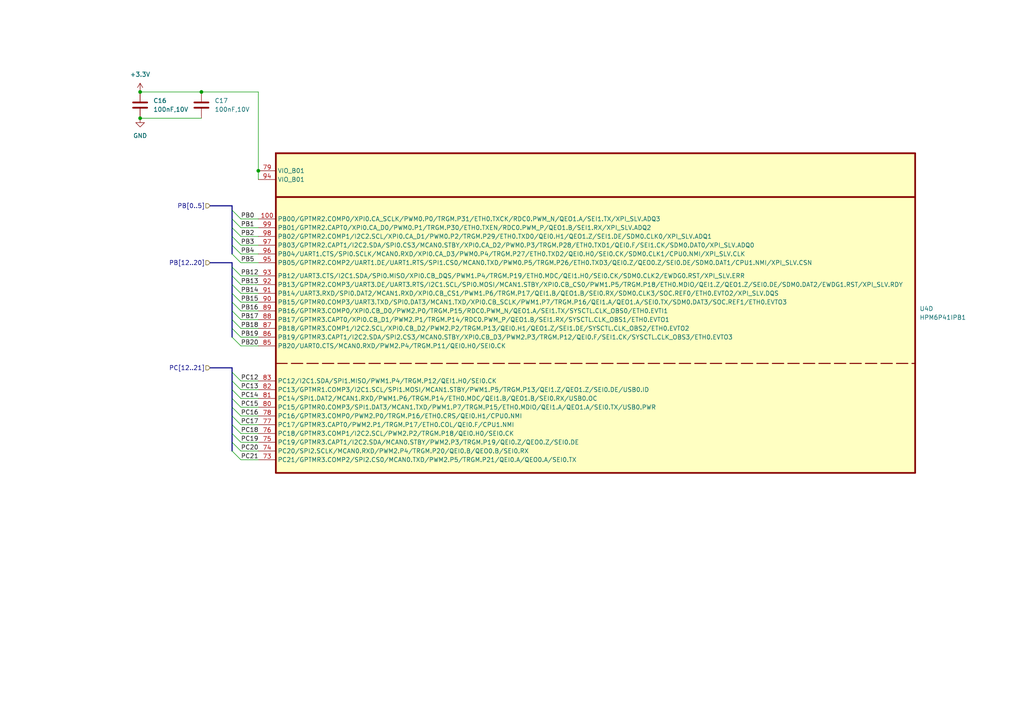
<source format=kicad_sch>
(kicad_sch (version 20250114) (generator "eeschema") (generator_version "9.0")
  (paper "A4")
  (title_block (title "HPM6P41_BuckBoost") (date "2025-05-05") (rev "4") (company "Author: Alipay"))
  (lib_symbols
    (symbol "Device:C" (pin_numbers (hide yes)) (pin_names (offset 0.254))
      (property "Reference" "C" (at 0.635 2.54 0))
      (property "Value" "C" (at 0.635 -2.54 0))
      (symbol "C_0_1"
        (polyline (pts (xy -2.032 0.762) (xy 2.032 0.762)) (stroke (width 0.508)))
        (polyline (pts (xy -2.032 -0.762) (xy 2.032 -0.762)) (stroke (width 0.508)))
      )
      (symbol "C_1_1"
        (pin passive line (at 0 3.81 270) (length 2.794) (name "~") (number "1"))
        (pin passive line (at 0 -3.81 90) (length 2.794) (name "~") (number "2"))
      )
    )
    (symbol "HPM6P00_Library:HPM6P41IPB1"
      (property "Reference" "U" (at 1.27 1.27 0))
      (property "Value" "HPM6P41IPB1" (at 10.16 1.27 0))
      (symbol "HPM6P41IPB1_1_1"
        (rectangle (start 0 0) (end 35.56 -66.04) (stroke (width 0.508)) (fill (type background)))
        (polyline (pts (xy 0 -41.275) (xy 35.56 -41.275)) (stroke (width 0.508)))
        (polyline (pts (xy 8.89 -6.35) (xy 14.605 -6.35) (xy 14.605 -10.16) (xy 13.97 -9.525) (xy 14.605 -10.16) (xy 15.24 -9.525)))
        (rectangle (start 10.16 -10.16) (end 17.78 -12.7))
        (polyline (pts (xy 15.24 -12.7) (xy 15.24 -17.78) (xy 9.525 -17.78) (xy 10.16 -17.145) (xy 9.525 -17.78) (xy 10.16 -18.415)))
        (text "DCDC_Domain" (at 10.16 -2.54 0) (effects (font (size 1.778 1.778))))
        (text "Analog_Domain" (at 11.43 -44.45 0) (effects (font (size 1.778 1.778))))
        (text "DCDC" (at 13.97 -11.43 0) (effects (font (size 1.27 1.27))))
        (pin power_in line (at -5.08 -6.35 0) (length 5.08) (name "DCDC_IN") (number "26"))
        (pin power_in line (at -5.08 -17.78 0) (length 5.08) (name "DCDC_LP") (number "27"))
        (pin power_in line (at -5.08 -24.13 0) (length 5.08) (name "DCDC_SNS") (number "31"))
        (pin power_in line (at -5.08 -31.75 0) (length 5.08) (name "DCDC_GND") (number "28"))
        (pin power_in line (at -5.08 -48.26 0) (length 5.08) (name "VANA") (number "41"))
        (pin power_in line (at -5.08 -57.15 0) (length 5.08) (name "VSSA") (number "39"))
        (pin power_out line (at 17.78 -71.12 90) (length 5.08) (name "PAD") (number "101"))
        (pin power_out line (at 40.64 -6.35 180) (length 5.08) (name "VDD_SOC") (number "5"))
        (pin power_out line (at 40.64 -10.16 180) (length 5.08) (name "VDD_SOC") (number "11"))
        (pin power_out line (at 40.64 -13.97 180) (length 5.08) (name "VDD_SOC") (number "50"))
        (pin power_out line (at 40.64 -17.78 180) (length 5.08) (name "VDD_SOC") (number "68"))
        (pin power_out line (at 40.64 -21.59 180) (length 5.08) (name "VDD_SOC") (number "72"))
        (pin power_out line (at 40.64 -25.4 180) (length 5.08) (name "VDD_SOC") (number "84"))
        (pin power_in line (at 40.64 -48.26 180) (length 5.08) (name "VREFH") (number "40"))
        (pin power_in line (at 40.64 -57.15 180) (length 5.08) (name "VREFL") (number "38"))
      )
      (symbol "HPM6P41IPB1_2_0"
        (polyline (pts (xy 7.62 -6.35) (xy 43.18 -6.35) (xy 42.164 -5.842) (xy 43.18 -6.35) (xy 42.164 -6.858)))
        (polyline (pts (xy 7.62 -11.43) (xy 43.18 -11.43) (xy 42.164 -10.922) (xy 43.18 -11.43) (xy 42.164 -11.938)))
        (polyline (pts (xy 50.8 -6.35) (xy 90.17 -6.35) (xy 89.154 -5.842) (xy 90.17 -6.35) (xy 89.154 -6.858)))
        (polyline (pts (xy 50.8 -11.43) (xy 91.44 -11.43) (xy 90.424 -10.922) (xy 91.44 -11.43) (xy 90.424 -11.938)))
      )
      (symbol "HPM6P41IPB1_2_1"
        (rectangle (start 0 0) (end 100.33 -33.02) (stroke (width 0.508)) (fill (type background)))
        (polyline (pts (xy 0 -16.51) (xy 100.33 -16.51)) (stroke (width 0.508)))
        (polyline (pts (xy 7.62 -6.35) (xy 7.62 -11.43)))
        (rectangle (start 44.45 -5.08) (end 49.53 -7.62))
        (rectangle (start 44.45 -10.16) (end 49.53 -12.7))
        (text "LDO" (at 46.99 -6.35 0) (effects (font (size 1.27 1.27))))
        (text "LDO" (at 46.99 -11.43 0) (effects (font (size 1.27 1.27))))
        (pin power_in line (at -5.08 -7.62 0) (length 5.08) (name "VPMC") (number "32"))
        (pin bidirectional line (at -5.08 -21.59 0) (length 5.08) (name "PY00/GPTMR3.COMP0/PWM2.P0/TRGM.P16/PGPIO.Y00/PURT.TXD/PTMR.COMP0") (number "33"))
        (pin bidirectional line (at -5.08 -24.13 0) (length 5.08) (name "PY01/GPTMR3.CAPT0/PWM2.P1/TRGM.P17/PGPIO.Y01/PURT.RXD/PTMR.COMP1") (number "34"))
        (pin bidirectional line (at -5.08 -26.67 0) (length 5.08) (name "PY02/GPTMR3.COMP1/I2C2.SCL/PWM2.P2/TRGM.P18/PGPIO.Y02/PURT.RTS/PTMR.COMP2") (number "35"))
        (pin bidirectional line (at -5.08 -29.21 0) (length 5.08) (name "PY03/GPTMR3.CAPT1/I2C2.SDA/MCAN0.STBY/PWM2.P3/TRGM.P19/PGPIO.Y03/PURT.CTS/PTMR.COMP3") (number "36"))
        (pin power_out line (at 105.41 -6.35 180) (length 5.08) (name "VPMCCAP") (number "37"))
        (pin power_out line (at 105.41 -11.43 180) (length 5.08) (name "OTPCAP") (number "17"))
      )
      (symbol "HPM6P41IPB1_3_1"
        (rectangle (start 0 0) (end 147.32 -67.31) (stroke (width 0.508)) (fill (type background)))
        (polyline (pts (xy 0 -10.16) (xy 147.32 -10.16)) (stroke (width 0.5)))
        (pin power_in line (at -5.08 -3.81 0) (length 5.08) (name "VIO_B00") (number "10"))
        (pin power_in line (at -5.08 -6.35 0) (length 5.08) (name "VIO_B00") (number "16"))
        (pin bidirectional line (at -5.08 -15.24 0) (length 5.08) (name "PA00/GPTMR1.COMP0/UART0.TXD/PWM0.P0/TRGM.P00/RDC0.PWM_N/QEO1.A/SEI1.TX/SYSCTL.CLK_OBS0/ETH0.EVTI0") (number "25"))
        (pin input line (at -5.08 -17.78 0) (length 5.08) (name "PA01/GPTMR1.CAPT0/UART0.RXD/PWM0.P1/TRGM.P01/RDC0.PWM_P/QEO1.B/SEI1.RX/SYSCTL.CLK_OBS1/ETH0.EVTO0") (number "24"))
        (pin bidirectional line (at -5.08 -20.32 0) (length 5.08) (name "PA02/GPTMR1.COMP1/UART0.DE/UART0.RTS/I2C2.SCL/PWM0.P2/TRGM.P02/QEI0.H1/QEO1.Z/SEI1.DE/SYSCTL.CLK_OBS2/ETH0.EVTI1") (number "23"))
        (pin bidirectional line (at -5.08 -22.86 0) (length 5.08) (name "PA03/GPTMR1.CAPT1/UART0.CTS/I2C2.SDA/SPI0.CS3/MCAN0.STBY/PWM0.P3/TRGM.P03/QEI0.F/SEI1.CK/SYSCTL.CLK_OBS3/ETH0.EVTO1") (number "22"))
        (pin bidirectional line (at -5.08 -25.4 0) (length 5.08) (name "PA04/UART1.CTS/SPI1.SCLK/MCAN0.RXD/PWM0.P4/TRGM.P04/QEI0.H0/SEI0.CK/JTAG.TDO") (number "15"))
        (pin bidirectional line (at -5.08 -27.94 0) (length 5.08) (name "PA05/GPTMR1.COMP2/UART1.DE/UART1.RTS/SPI1.CS0/MCAN0.TXD/PWM0.P5/TRGM.P05/ETH0.RXCK/QEI0.Z/QEO0.Z/SEI0.DE/JTAG.TDI") (number "14"))
        (pin bidirectional line (at -5.08 -30.48 0) (length 5.08) (name "PA06/GPTMR0.CAPT0/UART1.RXD/SPI1.MISO/PWM0.P6/TRGM.P06/ETH0.RXDV/QEI0.B/QEO0.B/SEI0.RX/JTAG.TCK") (number "13"))
        (pin bidirectional line (at -5.08 -33.02 0) (length 5.08) (name "PA07/GPTMR0.COMP0/UART1.TXD/SPI1.MOSI/PWM0.P7/TRGM.P07/ETH0.RXER/QEI0.A/QEO0.A/SEI0.TX/JTAG.TMS") (number "12"))
        (pin bidirectional line (at -5.08 -35.56 0) (length 5.08) (name "PA08/GPTMR0.COMP1/UART2.TXD/I2C0.SCL/SPI0.CS2/PWM1.P0/TRGM.P08/ETH0.RXD0/RDC0.PWM_N/QEO0.B/SEI1.TX/SDM0.CLK0/JTAG.TRST") (number "9"))
        (pin bidirectional line (at -5.08 -38.1 0) (length 5.08) (name "PA09/GPTMR0.CAPT1/UART2.RXD/I2C0.SDA/SPI0.CS1/XPI0.CA_DQS/PWM1.P1/TRGM.P09/ETH0.RXD1/RDC0.PWM_P/QEO0.A/SEI1.RX/SDM0.DAT0") (number "8"))
        (pin bidirectional line (at -5.08 -40.64 0) (length 5.08) (name "PA10/GPTMR0.COMP2/UART2.DE/UART2.RTS/SPI0.SCLK/XPI0.CA_CS0/PWM1.P2/TRGM.P10/ETH0.RXD2/QEI1.F/QEO0.Z/SEI1.DE/SDM0.CLK1/CPU0.NMI") (number "7"))
        (pin bidirectional line (at -5.08 -43.18 0) (length 5.08) (name "PA11/UART2.CTS/SPI0.CS0/XPI0.CA_CS1/PWM1.P3/TRGM.P11/ETH0.RXD3/QEI1.H1/SEI1.CK/SDM0.DAT1/CPU1.NMI") (number "6"))
        (pin bidirectional line (at -5.08 -45.72 0) (length 5.08) (name "PA12/UART3.CTS/I2C1.SDA/SPI0.MISO/PWM1.P4/TRGM.P12/ETH0.TXER/QEI1.H0/SEI0.CK/SDM0.CLK2") (number "4"))
        (pin bidirectional line (at -5.08 -48.26 0) (length 5.08) (name "PA13/GPTMR1.COMP3/UART3.DE/UART3.RTS/I2C1.SCL/SPI0.MOSI/MCAN1.STBY/PWM1.P5/TRGM.P13/QEI1.Z/QEO1.Z/SEI0.DE/SDM0.DAT2") (number "3"))
        (pin bidirectional line (at -5.08 -50.8 0) (length 5.08) (name "PA14/UART3.RXD/SPI0.DAT2/MCAN1.RXD/PWM1.P6/TRGM.P14/QEI1.B/QEO1.B/SEI0.RX/SDM0.CLK3/ETH0.EVTI0") (number "2"))
        (pin bidirectional line (at -5.08 -53.34 0) (length 5.08) (name "PA15/GPTMR0.COMP3/UART3.TXD/SPI0.DAT3/MCAN1.TXD/PWM1.P7/TRGM.P15/QEI1.A/QEO1.A/SEI0.TX/SDM0.DAT3/ETH0.EVTO0") (number "1"))
        (pin bidirectional line (at -5.08 -55.88 0) (length 5.08) (name "PA16/GPTMR3.COMP0/PWM2.P0/TRGM.P16/RDC0.PWM_N/QEO1.A/SEI1.TX") (number "21"))
        (pin bidirectional line (at -5.08 -58.42 0) (length 5.08) (name "PA17/GPTMR3.CAPT0/PWM2.P1/TRGM.P17/RDC0.PWM_P/QEO1.B/SEI1.RX") (number "20"))
        (pin bidirectional line (at -5.08 -60.96 0) (length 5.08) (name "PA18/GPTMR3.COMP1/I2C2.SCL/PWM2.P2/TRGM.P18/ETH0.MDC/QEI0.H1/QEO1.Z/SEI1.DE") (number "19"))
        (pin bidirectional line (at -5.08 -63.5 0) (length 5.08) (name "PA19/GPTMR3.CAPT1/I2C2.SDA/MCAN0.STBY/PWM2.P3/TRGM.P19/ETH0.MDIO/QEI0.F/SEI1.CK") (number "18"))
      )
      (symbol "HPM6P41IPB1_4_1"
        (rectangle (start 0 0) (end 185.42 -92.71) (stroke (width 0.508)) (fill (type background)))
        (polyline (pts (xy 0 -12.7) (xy 185.42 -12.7)) (stroke (width 0.5)))
        (polyline (pts (xy 0 -60.96) (xy 185.42 -60.96)) (stroke (width 0.3) (type dash)))
        (pin power_in line (at -5.08 -5.08 0) (length 5.08) (name "VIO_B01") (number "79"))
        (pin power_in line (at -5.08 -7.62 0) (length 5.08) (name "VIO_B01") (number "94"))
        (pin bidirectional line (at -5.08 -19.05 0) (length 5.08) (name "PB00/GPTMR2.COMP0/XPI0.CA_SCLK/PWM0.P0/TRGM.P31/ETH0.TXCK/RDC0.PWM_N/QEO1.A/SEI1.TX/XPI_SLV.ADQ3") (number "100"))
        (pin bidirectional line (at -5.08 -21.59 0) (length 5.08) (name "PB01/GPTMR2.CAPT0/XPI0.CA_D0/PWM0.P1/TRGM.P30/ETH0.TXEN/RDC0.PWM_P/QEO1.B/SEI1.RX/XPI_SLV.ADQ2") (number "99"))
        (pin bidirectional line (at -5.08 -24.13 0) (length 5.08) (name "PB02/GPTMR2.COMP1/I2C2.SCL/XPI0.CA_D1/PWM0.P2/TRGM.P29/ETH0.TXD0/QEI0.H1/QEO1.Z/SEI1.DE/SDM0.CLK0/XPI_SLV.ADQ1") (number "98"))
        (pin bidirectional line (at -5.08 -26.67 0) (length 5.08) (name "PB03/GPTMR2.CAPT1/I2C2.SDA/SPI0.CS3/MCAN0.STBY/XPI0.CA_D2/PWM0.P3/TRGM.P28/ETH0.TXD1/QEI0.F/SEI1.CK/SDM0.DAT0/XPI_SLV.ADQ0") (number "97"))
        (pin bidirectional line (at -5.08 -29.21 0) (length 5.08) (name "PB04/UART1.CTS/SPI0.SCLK/MCAN0.RXD/XPI0.CA_D3/PWM0.P4/TRGM.P27/ETH0.TXD2/QEI0.H0/SEI0.CK/SDM0.CLK1/CPU0.NMI/XPI_SLV.CLK") (number "96"))
        (pin bidirectional line (at -5.08 -31.75 0) (length 5.08) (name "PB05/GPTMR2.COMP2/UART1.DE/UART1.RTS/SPI1.CS0/MCAN0.TXD/PWM0.P5/TRGM.P26/ETH0.TXD3/QEI0.Z/QEO0.Z/SEI0.DE/SDM0.DAT1/CPU1.NMI/XPI_SLV.CSN") (number "95"))
        (pin bidirectional line (at -5.08 -35.56 0) (length 5.08) (name "PB12/UART3.CTS/I2C1.SDA/SPI0.MISO/XPI0.CB_DQS/PWM1.P4/TRGM.P19/ETH0.MDC/QEI1.H0/SEI0.CK/SDM0.CLK2/EWDG0.RST/XPI_SLV.ERR") (number "93"))
        (pin bidirectional line (at -5.08 -38.1 0) (length 5.08) (name "PB13/GPTMR2.COMP3/UART3.DE/UART3.RTS/I2C1.SCL/SPI0.MOSI/MCAN1.STBY/XPI0.CB_CS0/PWM1.P5/TRGM.P18/ETH0.MDIO/QEI1.Z/QEO1.Z/SEI0.DE/SDM0.DAT2/EWDG1.RST/XPI_SLV.RDY") (number "92"))
        (pin bidirectional line (at -5.08 -40.64 0) (length 5.08) (name "PB14/UART3.RXD/SPI0.DAT2/MCAN1.RXD/XPI0.CB_CS1/PWM1.P6/TRGM.P17/QEI1.B/QEO1.B/SEI0.RX/SDM0.CLK3/SOC.REF0/ETH0.EVTO2/XPI_SLV.DQS") (number "91"))
        (pin bidirectional line (at -5.08 -43.18 0) (length 5.08) (name "PB15/GPTMR0.COMP3/UART3.TXD/SPI0.DAT3/MCAN1.TXD/XPI0.CB_SCLK/PWM1.P7/TRGM.P16/QEI1.A/QEO1.A/SEI0.TX/SDM0.DAT3/SOC.REF1/ETH0.EVTO3") (number "90"))
        (pin bidirectional line (at -5.08 -45.72 0) (length 5.08) (name "PB16/GPTMR3.COMP0/XPI0.CB_D0/PWM2.P0/TRGM.P15/RDC0.PWM_N/QEO1.A/SEI1.TX/SYSCTL.CLK_OBS0/ETH0.EVTI1") (number "89"))
        (pin bidirectional line (at -5.08 -48.26 0) (length 5.08) (name "PB17/GPTMR3.CAPT0/XPI0.CB_D1/PWM2.P1/TRGM.P14/RDC0.PWM_P/QEO1.B/SEI1.RX/SYSCTL.CLK_OBS1/ETH0.EVTO1") (number "88"))
        (pin bidirectional line (at -5.08 -50.8 0) (length 5.08) (name "PB18/GPTMR3.COMP1/I2C2.SCL/XPI0.CB_D2/PWM2.P2/TRGM.P13/QEI0.H1/QEO1.Z/SEI1.DE/SYSCTL.CLK_OBS2/ETH0.EVTO2") (number "87"))
        (pin bidirectional line (at -5.08 -53.34 0) (length 5.08) (name "PB19/GPTMR3.CAPT1/I2C2.SDA/SPI2.CS3/MCAN0.STBY/XPI0.CB_D3/PWM2.P3/TRGM.P12/QEI0.F/SEI1.CK/SYSCTL.CLK_OBS3/ETH0.EVTO3") (number "86"))
        (pin bidirectional line (at -5.08 -55.88 0) (length 5.08) (name "PB20/UART0.CTS/MCAN0.RXD/PWM2.P4/TRGM.P11/QEI0.H0/SEI0.CK") (number "85"))
        (pin bidirectional line (at -5.08 -66.04 0) (length 5.08) (name "PC12/I2C1.SDA/SPI1.MISO/PWM1.P4/TRGM.P12/QEI1.H0/SEI0.CK") (number "83"))
        (pin bidirectional line (at -5.08 -68.58 0) (length 5.08) (name "PC13/GPTMR1.COMP3/I2C1.SCL/SPI1.MOSI/MCAN1.STBY/PWM1.P5/TRGM.P13/QEI1.Z/QEO1.Z/SEI0.DE/USB0.ID") (number "82"))
        (pin bidirectional line (at -5.08 -71.12 0) (length 5.08) (name "PC14/SPI1.DAT2/MCAN1.RXD/PWM1.P6/TRGM.P14/ETH0.MDC/QEI1.B/QEO1.B/SEI0.RX/USB0.OC") (number "81"))
        (pin bidirectional line (at -5.08 -73.66 0) (length 5.08) (name "PC15/GPTMR0.COMP3/SPI1.DAT3/MCAN1.TXD/PWM1.P7/TRGM.P15/ETH0.MDIO/QEI1.A/QEO1.A/SEI0.TX/USB0.PWR") (number "80"))
        (pin bidirectional line (at -5.08 -76.2 0) (length 5.08) (name "PC16/GPTMR3.COMP0/PWM2.P0/TRGM.P16/ETH0.CRS/QEI0.H1/CPU0.NMI") (number "78"))
        (pin bidirectional line (at -5.08 -78.74 0) (length 5.08) (name "PC17/GPTMR3.CAPT0/PWM2.P1/TRGM.P17/ETH0.COL/QEI0.F/CPU1.NMI") (number "77"))
        (pin bidirectional line (at -5.08 -81.28 0) (length 5.08) (name "PC18/GPTMR3.COMP1/I2C2.SCL/PWM2.P2/TRGM.P18/QEI0.H0/SEI0.CK") (number "76"))
        (pin bidirectional line (at -5.08 -83.82 0) (length 5.08) (name "PC19/GPTMR3.CAPT1/I2C2.SDA/MCAN0.STBY/PWM2.P3/TRGM.P19/QEI0.Z/QEO0.Z/SEI0.DE") (number "75"))
        (pin bidirectional line (at -5.08 -86.36 0) (length 5.08) (name "PC20/SPI2.SCLK/MCAN0.RXD/PWM2.P4/TRGM.P20/QEI0.B/QEO0.B/SEI0.RX") (number "74"))
        (pin bidirectional line (at -5.08 -88.9 0) (length 5.08) (name "PC21/GPTMR3.COMP2/SPI2.CS0/MCAN0.TXD/PWM2.P5/TRGM.P21/QEI0.A/QEO0.A/SEI0.TX") (number "73"))
      )
      (symbol "HPM6P41IPB1_5_1"
        (rectangle (start 0 0) (end 196.85 -77.47) (stroke (width 0.508)) (fill (type background)))
        (polyline (pts (xy 0 -10.16) (xy 196.85 -10.16)) (stroke (width 0.5)))
        (pin power_in line (at -5.08 -5.08 0) (length 5.08) (name "VIO_B02") (number "55"))
        (pin bidirectional line (at -5.08 -15.24 0) (length 5.08) (name "PD00/GPTMR1.COMP0/SPI2.SCLK/TRGM.P00/ETH0.RXCK/QEI1.H1/SDM0.CLK0/ADC0.IN00/ADC1.IN00/ACMP0.INN1/ACMP1.INN1/ACMP2.INN1/ACMP3.INN1") (number "66"))
        (pin bidirectional line (at -5.08 -17.78 0) (length 5.08) (name "PD01/GPTMR1.CAPT0/SPI2.MISO/TRGM.P01/ETH0.RXDV/QEI1.F/SDM0.DAT0/ADC0.IN01/ADC1.IN01/ACMP0.INP1/ACMP1.INP1/ACMP2.INP1/ACMP3.INP1") (number "65"))
        (pin bidirectional line (at -5.08 -20.32 0) (length 5.08) (name "PD02/GPTMR1.COMP1/I2C2.SCL/SPI2.MOSI/TRGM.P02/ETH0.RXER/QEI1.H0/SEI0.CK/SDM0.CLK1/ADC0.IN02/ADC1.IN02/ACMP0.INN2/ACMP1.INN2/ACMP2.INN2/ACMP3.INN2") (number "64"))
        (pin bidirectional line (at -5.08 -22.86 0) (length 5.08) (name "PD03/GPTMR1.CAPT1/I2C2.SDA/SPI2.DAT2/MCAN0.STBY/TRGM.P03/ETH0.RXD0/QEI1.Z/QEO1.Z/SEI0.DE/SDM0.DAT1/ADC0.IN03/ADC1.IN03/ACMP0.INP2/ACMP1.INP2/ACMP2.INP2/ACMP3.INP2") (number "63"))
        (pin bidirectional line (at -5.08 -25.4 0) (length 5.08) (name "PD04/UART1.CTS/SPI2.DAT3/MCAN0.RXD/TRGM.P04/ETH0.RXD1/QEI1.A/QEO1.B/SEI0.RX/SDM0.CLK2/ADC0.IN04/ADC1.IN04/ACMP0.INN3/ACMP1.INN3/ACMP2.INN3/ACMP3.INN3") (number "62"))
        (pin bidirectional line (at -5.08 -27.94 0) (length 5.08) (name "PD05/GPTMR1.COMP2/UART1.DE/UART1.RTS/SPI2.CS0/MCAN0.TXD/TRGM.P05/ETH0.RXD2/QEI1.B/QEO1.A/SEI0.TX/SDM0.DAT2/ADC0.IN05/ADC1.IN05/ACMP0.INP3/ACMP1.INP3/ACMP2.INP3/ACMP3.INP3") (number "61"))
        (pin bidirectional line (at -5.08 -30.48 0) (length 5.08) (name "PD06/GPTMR0.CAPT0/UART1.RXD/SPI2.CS2/TRGM.P06/ETH0.RXD3/SDM0.CLK3/ADC0.IN06/ADC1.IN06/ACMP0.INN4/ACMP1.INN4/ACMP2.INN4/ACMP3.INN4") (number "60"))
        (pin bidirectional line (at -5.08 -33.02 0) (length 5.08) (name "PD07/GPTMR0.COMP0/UART1.TXD/SPI2.CS1/TRGM.P07/ETH0.TXER/SDM0.DAT3/ADC0.IN07/ADC1.IN07/DAC0.OUT/ACMP0.INP4/ACMP1.INP4/ACMP2.INP4/ACMP3.INP4") (number "59"))
        (pin bidirectional line (at -5.08 -35.56 0) (length 5.08) (name "PD08/GPTMR0.COMP1/UART2.TXD/I2C0.SCL/SPI2.CS3/PWM1.P0/TRGM.P08/ADC0.IN08/ADC1.IN08/ACMP0.INN5/ACMP1.INN5/ACMP2.INN5/ACMP3.INN5") (number "58"))
        (pin bidirectional line (at -5.08 -38.1 0) (length 5.08) (name "PD09/GPTMR0.CAPT1/UART2.RXD/I2C0.SDA/PWM1.P1/TRGM.P09/ADC0.IN09/ADC1.IN09/ACMP0.INP5/ACMP1.INP5/ACMP2.INP5/ACMP3.INP5") (number "57"))
        (pin bidirectional line (at -5.08 -40.64 0) (length 5.08) (name "PD10/GPTMR0.COMP2/UART2.DE/UART2.RTS/SPI0.SCLK/PWM1.P2/TRGM.P10/ETH0.EVTI0/ADC0.IN10/ADC1.IN10/ACMP0.INN6/ACMP1.INN6/ACMP2.INN6/ACMP3.INN6") (number "56"))
        (pin bidirectional line (at -5.08 -45.72 0) (length 5.08) (name "PD16/GPTMR3.COMP0/PWM2.P0/TRGM.P16/ETH0.TXCK/QEI0.H1/ADC2.IN00/ACMP4.INN1/ACMP5.INN1/ACMP6.INN1/ACMP7.INN1") (number "54"))
        (pin bidirectional line (at -5.08 -48.26 0) (length 5.08) (name "PD17/GPTMR3.CAPT0/PWM2.P1/TRGM.P17/ETH0.TXEN/QEI0.F/ADC2.IN01/DAC1.OUT/ACMP4.INP1/ACMP5.INP1/ACMP6.INP1/ACMP7.INP1") (number "53"))
        (pin bidirectional line (at -5.08 -50.8 0) (length 5.08) (name "PD18/GPTMR3.COMP1/I2C2.SCL/PWM2.P2/TRGM.P18/ETH0.TXD0/QEI0.H0/SEI0.CK/ADC2.IN02/ACMP4.INN2/ACMP5.INN2/ACMP6.INN2/ACMP7.INN2") (number "52"))
        (pin bidirectional line (at -5.08 -53.34 0) (length 5.08) (name "PD19/GPTMR3.CAPT1/I2C2.SDA/MCAN0.STBY/PWM2.P3/TRGM.P19/ETH0.TXD1/QEI0.Z/QEO0.Z/SEI0.DE/ADC2.IN03/ACMP4.INP2/ACMP5.INP2/ACMP6.INP2/ACMP7.INP2") (number "51"))
        (pin bidirectional line (at -5.08 -55.88 0) (length 5.08) (name "PD20/MCAN0.RXD/PWM2.P4/TRGM.P20/ETH0.TXD2/QEI0.B/QEO0.B/SEI0.RX/ADC2.IN04/ACMP4.INN3/ACMP5.INN3/ACMP6.INN3/ACMP7.INN3") (number "49"))
        (pin bidirectional line (at -5.08 -58.42 0) (length 5.08) (name "PD21/GPTMR3.COMP2/MCAN0.TXD/PWM2.P5/TRGM.P21/ETH0.TXD3/QEI0.A/QEO0.A/SEI0.TX/ADC2.IN05/ACMP4.INP3/ACMP5.INP3/ACMP6.INP3/ACMP7.INP3") (number "48"))
        (pin bidirectional line (at -5.08 -60.96 0) (length 5.08) (name "PD22/GPTMR2.CAPT0/PWM2.P6/TRGM.P22/QEI1.F/ADC2.IN06/ACMP4.INN4/ACMP5.INN4/ACMP6.INN4/ACMP7.INN4") (number "47"))
        (pin bidirectional line (at -5.08 -63.5 0) (length 5.08) (name "PD23/GPTMR2.COMP0/PWM2.P7/TRGM.P23/QEI1.H1/USB0.ID/ADC2.IN07/ACMP4.INP4/ACMP5.INP4/ACMP6.INP4/ACMP7.INP4") (number "46"))
        (pin bidirectional line (at -5.08 -66.04 0) (length 5.08) (name "PD24/GPTMR2.COMP1/I2C0.SCL/PWM0.P0/TRGM.P24/QEI1.H0/SEI0.CK/USB0.OC/ADC2.IN08/ACMP4.INN5/ACMP5.INN5/ACMP6.INN5/ACMP7.INN5") (number "45"))
        (pin bidirectional line (at -5.08 -68.58 0) (length 5.08) (name "PD25/GPTMR2.CAPT1/I2C0.SDA/PWM0.P1/TRGM.P25/QEI1.Z/QEO1.Z/SEI0.DE/USB0.PWR/ADC2.IN09/ACMP4.INP5/ACMP5.INP5/ACMP6.INP5/ACMP7.INP5") (number "44"))
        (pin bidirectional line (at -5.08 -71.12 0) (length 5.08) (name "PD26/GPTMR2.COMP2/SPI1.SCLK/PWM0.P2/TRGM.P26/QEI1.B/QEO1.B/SEI0.RX/ADC2.IN10/ACMP4.INN6/ACMP5.INN6/ACMP6.INN6/ACMP7.INN6") (number "43"))
        (pin bidirectional line (at -5.08 -73.66 0) (length 5.08) (name "PD27/SPI1.CS0/PWM0.P3/TRGM.P27/QEI1.A/QEO1.A/SEI0.TX/ADC2.IN11/ACMP4.INP6/ACMP5.INP6/ACMP6.INP6/ACMP7.INP6") (number "42"))
      )
      (symbol "HPM6P41IPB1_6_1"
        (rectangle (start 0 0) (end 35.56 -33.02) (stroke (width 0.508)) (fill (type background)))
        (polyline (pts (xy 0 -16.51) (xy 35.56 -16.51)) (stroke (width 0.5)))
        (pin input line (at -5.08 -5.08 0) (length 5.08) (name "XTALI") (number "71"))
        (pin output line (at -5.08 -11.43 0) (length 5.08) (name "XTALO") (number "70"))
        (pin power_in line (at -5.08 -21.59 0) (length 5.08) (name "VBUS") (number "69"))
        (pin power_in line (at -5.08 -26.67 0) (length 5.08) (name "VPLLVUSB") (number "67"))
        (pin input line (at 40.64 -5.08 180) (length 5.08) (name "RESET") (number "29"))
        (pin input line (at 40.64 -11.43 180) (length 5.08) (name "WAKEUP") (number "30"))
      )
    )
    (symbol "power:+3.3V" (power) (pin_numbers (hide yes)) (pin_names (offset 0) (hide yes))
      (property "Value" "+3.3V" (at 0 3.556 0))
      (symbol "+3.3V_0_1"
        (polyline (pts (xy -0.762 1.27) (xy 0 2.54)))
        (polyline (pts (xy 0 2.54) (xy 0.762 1.27)))
        (polyline (pts (xy 0 0) (xy 0 2.54)))
      )
      (symbol "+3.3V_1_1"
        (pin power_in line (at 0 0 90) (length 0) (name "~") (number "1"))
      )
    )
    (symbol "power:GND" (power) (pin_numbers (hide yes)) (pin_names (offset 0) (hide yes))
      (property "Value" "GND" (at 0 -3.81 0))
      (symbol "GND_0_1"
        (polyline (pts (xy 0 0) (xy 0 -1.27) (xy 1.27 -1.27) (xy 0 -2.54) (xy -1.27 -1.27) (xy 0 -1.27)))
      )
      (symbol "GND_1_1"
        (pin power_in line (at 0 0 270) (length 0) (name "~") (number "1"))
      )
    )
  )
  (junction (at 74.93 49.53))
  (junction (at 40.64 26.67))
  (junction (at 40.64 34.29))
  (junction (at 58.42 26.67))
  (bus_entry (at 67.31 115.57) (size 2.54 2.54))
  (bus_entry (at 67.31 77.47) (size 2.54 2.54))
  (bus_entry (at 67.31 97.79) (size 2.54 2.54))
  (bus_entry (at 67.31 123.19) (size 2.54 2.54))
  (bus_entry (at 67.31 60.96) (size 2.54 2.54))
  (bus_entry (at 67.31 80.01) (size 2.54 2.54))
  (bus_entry (at 67.31 85.09) (size 2.54 2.54))
  (bus_entry (at 67.31 92.71) (size 2.54 2.54))
  (bus_entry (at 67.31 125.73) (size 2.54 2.54))
  (bus_entry (at 67.31 68.58) (size 2.54 2.54))
  (bus_entry (at 67.31 87.63) (size 2.54 2.54))
  (bus_entry (at 67.31 120.65) (size 2.54 2.54))
  (bus_entry (at 67.31 90.17) (size 2.54 2.54))
  (bus_entry (at 67.31 128.27) (size 2.54 2.54))
  (bus_entry (at 67.31 95.25) (size 2.54 2.54))
  (bus_entry (at 67.31 73.66) (size 2.54 2.54))
  (bus_entry (at 67.31 110.49) (size 2.54 2.54))
  (bus_entry (at 67.31 63.5) (size 2.54 2.54))
  (bus_entry (at 67.31 130.81) (size 2.54 2.54))
  (bus_entry (at 67.31 66.04) (size 2.54 2.54))
  (bus_entry (at 67.31 82.55) (size 2.54 2.54))
  (bus_entry (at 67.31 118.11) (size 2.54 2.54))
  (bus_entry (at 67.31 113.03) (size 2.54 2.54))
  (bus_entry (at 67.31 107.95) (size 2.54 2.54))
  (bus_entry (at 67.31 71.12) (size 2.54 2.54))
  (wire (pts (xy 74.93 95.25) (xy 69.85 95.25)))
  (wire (pts (xy 74.93 123.19) (xy 69.85 123.19)))
  (bus (pts (xy 67.31 66.04) (xy 67.31 63.5)))
  (bus (pts (xy 67.31 120.65) (xy 67.31 118.11)))
  (bus (pts (xy 67.31 95.25) (xy 67.31 92.71)))
  (bus (pts (xy 67.31 80.01) (xy 67.31 77.47)))
  (bus (pts (xy 67.31 110.49) (xy 67.31 107.95)))
  (wire (pts (xy 40.64 26.67) (xy 58.42 26.67)))
  (wire (pts (xy 74.93 133.35) (xy 69.85 133.35)))
  (wire (pts (xy 74.93 80.01) (xy 69.85 80.01)))
  (wire (pts (xy 74.93 125.73) (xy 69.85 125.73)))
  (bus (pts (xy 67.31 87.63) (xy 67.31 85.09)))
  (wire (pts (xy 74.93 76.2) (xy 69.85 76.2)))
  (wire (pts (xy 74.93 120.65) (xy 69.85 120.65)))
  (wire (pts (xy 74.93 113.03) (xy 69.85 113.03)))
  (wire (pts (xy 74.93 87.63) (xy 69.85 87.63)))
  (bus (pts (xy 60.96 106.68) (xy 67.31 106.68)))
  (bus (pts (xy 67.31 85.09) (xy 67.31 82.55)))
  (wire (pts (xy 74.93 66.04) (xy 69.85 66.04)))
  (bus (pts (xy 67.31 63.5) (xy 67.31 60.96)))
  (wire (pts (xy 74.93 49.53) (xy 74.93 52.07)))
  (bus (pts (xy 67.31 123.19) (xy 67.31 120.65)))
  (wire (pts (xy 74.93 110.49) (xy 69.85 110.49)))
  (wire (pts (xy 74.93 82.55) (xy 69.85 82.55)))
  (wire (pts (xy 74.93 85.09) (xy 69.85 85.09)))
  (wire (pts (xy 74.93 130.81) (xy 69.85 130.81)))
  (wire (pts (xy 74.93 71.12) (xy 69.85 71.12)))
  (bus (pts (xy 60.96 59.69) (xy 67.31 59.69)))
  (wire (pts (xy 74.93 97.79) (xy 69.85 97.79)))
  (bus (pts (xy 67.31 90.17) (xy 67.31 87.63)))
  (bus (pts (xy 67.31 82.55) (xy 67.31 80.01)))
  (wire (pts (xy 74.93 128.27) (xy 69.85 128.27)))
  (bus (pts (xy 67.31 115.57) (xy 67.31 113.03)))
  (wire (pts (xy 74.93 100.33) (xy 69.85 100.33)))
  (bus (pts (xy 67.31 77.47) (xy 67.31 76.2)))
  (bus (pts (xy 60.96 76.2) (xy 67.31 76.2)))
  (bus (pts (xy 67.31 71.12) (xy 67.31 68.58)))
  (bus (pts (xy 67.31 68.58) (xy 67.31 66.04)))
  (wire (pts (xy 74.93 73.66) (xy 69.85 73.66)))
  (wire (pts (xy 74.93 68.58) (xy 69.85 68.58)))
  (bus (pts (xy 67.31 118.11) (xy 67.31 115.57)))
  (wire (pts (xy 74.93 118.11) (xy 69.85 118.11)))
  (wire (pts (xy 74.93 26.67) (xy 74.93 49.53)))
  (wire (pts (xy 74.93 115.57) (xy 69.85 115.57)))
  (bus (pts (xy 67.31 97.79) (xy 67.31 95.25)))
  (bus (pts (xy 67.31 113.03) (xy 67.31 110.49)))
  (wire (pts (xy 58.42 26.67) (xy 74.93 26.67)))
  (bus (pts (xy 67.31 125.73) (xy 67.31 123.19)))
  (wire (pts (xy 40.64 34.29) (xy 58.42 34.29)))
  (bus (pts (xy 67.31 107.95) (xy 67.31 106.68)))
  (bus (pts (xy 67.31 130.81) (xy 67.31 128.27)))
  (bus (pts (xy 67.31 128.27) (xy 67.31 125.73)))
  (wire (pts (xy 74.93 90.17) (xy 69.85 90.17)))
  (bus (pts (xy 67.31 92.71) (xy 67.31 90.17)))
  (bus (pts (xy 67.31 73.66) (xy 67.31 71.12)))
  (wire (pts (xy 74.93 63.5) (xy 69.85 63.5)))
  (bus (pts (xy 67.31 60.96) (xy 67.31 59.69)))
  (wire (pts (xy 74.93 92.71) (xy 69.85 92.71)))
  (label "PB2" (at 69.85 68.58 0))
  (label "PC19" (at 69.85 128.27 0))
  (label "PC14" (at 69.85 115.57 0))
  (label "PC20" (at 69.85 130.81 0))
  (label "PC17" (at 69.85 123.19 0))
  (label "PB16" (at 69.85 90.17 0))
  (label "PB13" (at 69.85 82.55 0))
  (label "PB20" (at 69.85 100.33 0))
  (label "PB0" (at 69.85 63.5 0))
  (label "PB17" (at 69.85 92.71 0))
  (label "PB4" (at 69.85 73.66 0))
  (label "PB12" (at 69.85 80.01 0))
  (label "PC15" (at 69.85 118.11 0))
  (label "PC18" (at 69.85 125.73 0))
  (label "PB15" (at 69.85 87.63 0))
  (label "PB18" (at 69.85 95.25 0))
  (label "PB5" (at 69.85 76.2 0))
  (label "PB1" (at 69.85 66.04 0))
  (label "PB19" (at 69.85 97.79 0))
  (label "PC12" (at 69.85 110.49 0))
  (label "PC21" (at 69.85 133.35 0))
  (label "PB14" (at 69.85 85.09 0))
  (label "PB3" (at 69.85 71.12 0))
  (label "PC13" (at 69.85 113.03 0))
  (label "PC16" (at 69.85 120.65 0))
  (hierarchical_label "PB[0..5]" (shape input) (at 60.96 59.69 180))
  (hierarchical_label "PB[12..20]" (shape input) (at 60.96 76.2 180))
  (hierarchical_label "PC[12..21]" (shape input) (at 60.96 106.68 180))
  (symbol (lib_id "Device:C") (at 58.42 30.48 0) (unit 1)
    (property "Reference" "C17" (at 62.23 29.2099 0) (effects (justify left)))
    (property "Value" "100nF,10V" (at 62.23 31.7499 0) (effects (justify left)))
    (property "Footprint" "Capacitor_SMD:C_0603_1608Metric" (effects (hide yes)))
    (property "Description" "Unpolarized capacitor" (effects (hide yes)))
  )
  (symbol (lib_id "power:+3.3V") (at 40.64 26.67 0) (unit 1)
    (property "Reference" "#PWR033" (effects (hide yes)))
    (property "Value" "+3.3V" (at 40.64 21.59 0))
    (property "Description" "Power symbol creates a global label with name \"+3.3V\"" (effects (hide yes)))
  )
  (symbol (lib_id "HPM6P00_Library:HPM6P41IPB1") (at 80.01 44.45 0) (unit 4)
    (property "Reference" "U4" (at 266.7 89.5349 0) (effects (justify left)))
    (property "Value" "HPM6P41IPB1" (at 266.7 92.0749 0) (effects (justify left)))
    (property "Footprint" "HPM_footprints:LQFP-100_14x14mm_P0.5mm_EP5.0x5.0mm" (effects (hide yes)))
    (property "Description" "eLQFP100" (effects (hide yes)))
  )
  (symbol (lib_id "power:GND") (at 40.64 34.29 0) (unit 1)
    (property "Reference" "#PWR034" (effects (hide yes)))
    (property "Value" "GND" (at 40.64 39.37 0))
    (property "Description" "Power symbol creates a global label with name \"GND\" , ground" (effects (hide yes)))
  )
  (symbol (lib_id "Device:C") (at 40.64 30.48 0) (unit 1)
    (property "Reference" "C16" (at 44.45 29.2099 0) (effects (justify left)))
    (property "Value" "100nF,10V" (at 44.45 31.7499 0) (effects (justify left)))
    (property "Footprint" "Capacitor_SMD:C_0603_1608Metric" (effects (hide yes)))
    (property "Description" "Unpolarized capacitor" (effects (hide yes)))
  )
)
</source>
